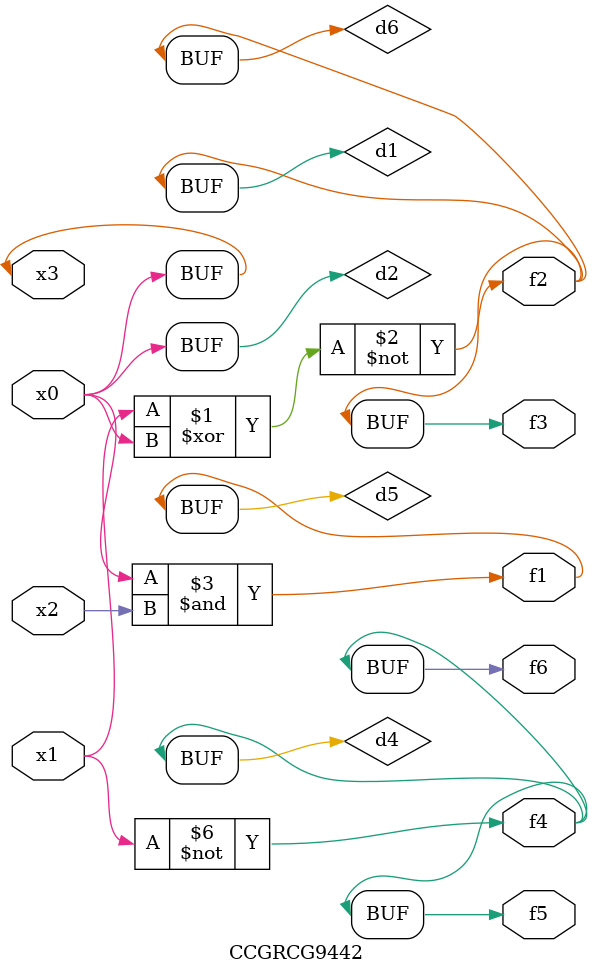
<source format=v>
module CCGRCG9442(
	input x0, x1, x2, x3,
	output f1, f2, f3, f4, f5, f6
);

	wire d1, d2, d3, d4, d5, d6;

	xnor (d1, x1, x3);
	buf (d2, x0, x3);
	nand (d3, x0, x2);
	not (d4, x1);
	nand (d5, d3);
	or (d6, d1);
	assign f1 = d5;
	assign f2 = d6;
	assign f3 = d6;
	assign f4 = d4;
	assign f5 = d4;
	assign f6 = d4;
endmodule

</source>
